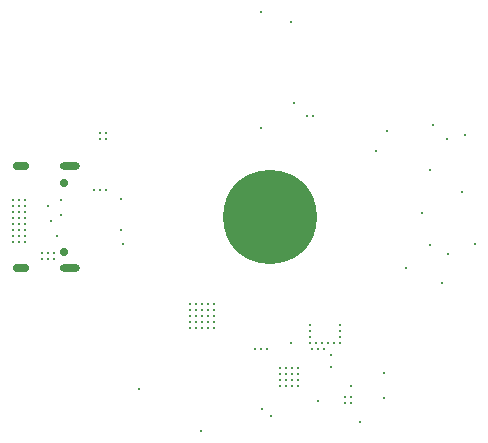
<source format=gbr>
G04 Layer_Color=0*
%FSLAX25Y25*%
%MOIN*%
%TF.FileFunction,PTH,Drill*%
%TF.Part,Single*%
G01*
G75*
%TA.AperFunction,ComponentDrill*%
%ADD50O,0.06693X0.02756*%
%TA.AperFunction,ComponentDrill*%
%ADD51O,0.05512X0.02756*%
%TA.AperFunction,ComponentDrill*%
%ADD52C,0.02756*%
%TA.AperFunction,OtherDrill*%
%ADD53C,0.31299*%
%TA.AperFunction,ViaDrill*%
%ADD54C,0.01000*%
D50*
X327028Y376693D02*
D03*
X327028Y410709D02*
D03*
D51*
X310571Y410709D02*
D03*
Y376693D02*
D03*
D52*
X324941Y382323D02*
D03*
Y405079D02*
D03*
D53*
X393701Y393701D02*
D03*
D54*
X407500Y350000D02*
D03*
X409500D02*
D03*
X411500D02*
D03*
X367000Y363000D02*
D03*
Y365000D02*
D03*
Y361000D02*
D03*
Y359000D02*
D03*
Y357000D02*
D03*
X375000D02*
D03*
X373000D02*
D03*
X371000D02*
D03*
X369000D02*
D03*
Y365000D02*
D03*
Y363000D02*
D03*
Y361000D02*
D03*
Y359000D02*
D03*
X371000D02*
D03*
X373000D02*
D03*
X375000D02*
D03*
X312000Y385500D02*
D03*
X310000D02*
D03*
X308000D02*
D03*
Y387500D02*
D03*
X310000D02*
D03*
X312000D02*
D03*
Y389500D02*
D03*
X310000D02*
D03*
X308000D02*
D03*
Y391500D02*
D03*
X310000D02*
D03*
X312000D02*
D03*
Y399500D02*
D03*
X310000D02*
D03*
X308000D02*
D03*
Y397500D02*
D03*
Y395500D02*
D03*
Y393500D02*
D03*
X310000D02*
D03*
X312000D02*
D03*
Y395500D02*
D03*
X310000D02*
D03*
Y397500D02*
D03*
X312000D02*
D03*
X335000Y403000D02*
D03*
X339000D02*
D03*
X337000D02*
D03*
Y420000D02*
D03*
X339000D02*
D03*
Y422000D02*
D03*
X337000D02*
D03*
X319500Y397500D02*
D03*
X320593Y392407D02*
D03*
X344500Y385000D02*
D03*
X344000Y400000D02*
D03*
X324000Y399500D02*
D03*
X322500Y387500D02*
D03*
X324000Y394557D02*
D03*
X448000Y424500D02*
D03*
X317500Y380000D02*
D03*
X319500D02*
D03*
X390669Y462331D02*
D03*
X451000Y372000D02*
D03*
X429000Y416000D02*
D03*
X432500Y422500D02*
D03*
X390669Y423669D02*
D03*
X400500Y459000D02*
D03*
X401500Y432000D02*
D03*
X457776Y402224D02*
D03*
X458532Y421032D02*
D03*
X452468Y419969D02*
D03*
X462000Y385000D02*
D03*
X452969Y381532D02*
D03*
X408000Y427500D02*
D03*
X431500Y342000D02*
D03*
Y333500D02*
D03*
X447000Y409500D02*
D03*
Y384500D02*
D03*
X438913Y376913D02*
D03*
X444240Y395240D02*
D03*
X423500Y325500D02*
D03*
X420500Y337500D02*
D03*
X409500Y332500D02*
D03*
X344000Y389500D02*
D03*
X406000Y427500D02*
D03*
X391000Y330000D02*
D03*
X418500Y332000D02*
D03*
Y334000D02*
D03*
X420500Y332000D02*
D03*
Y334000D02*
D03*
X394000Y327500D02*
D03*
X371000Y361000D02*
D03*
Y363000D02*
D03*
Y365000D02*
D03*
X373000D02*
D03*
Y363000D02*
D03*
Y361000D02*
D03*
X375000D02*
D03*
Y363000D02*
D03*
Y365000D02*
D03*
X403000Y337500D02*
D03*
X401000D02*
D03*
Y339500D02*
D03*
X403000D02*
D03*
Y341500D02*
D03*
X401000D02*
D03*
X399000D02*
D03*
Y339500D02*
D03*
Y337500D02*
D03*
X397000D02*
D03*
Y339500D02*
D03*
Y341500D02*
D03*
Y343500D02*
D03*
X399000D02*
D03*
X401000D02*
D03*
X403000D02*
D03*
X392500Y350000D02*
D03*
X390500D02*
D03*
X388500D02*
D03*
X414000Y348000D02*
D03*
Y344000D02*
D03*
X417000Y354000D02*
D03*
Y352000D02*
D03*
Y356000D02*
D03*
Y358000D02*
D03*
X415000Y352000D02*
D03*
X400500D02*
D03*
X413000D02*
D03*
X411000D02*
D03*
X409000D02*
D03*
X407000D02*
D03*
Y354000D02*
D03*
Y356000D02*
D03*
Y358000D02*
D03*
X317500Y382000D02*
D03*
X321500Y380000D02*
D03*
Y382000D02*
D03*
X319500D02*
D03*
X370532Y322532D02*
D03*
X350000Y336500D02*
D03*
%TF.MD5,2952D3F9F086A16681CAEBA5D85596C4*%
M02*

</source>
